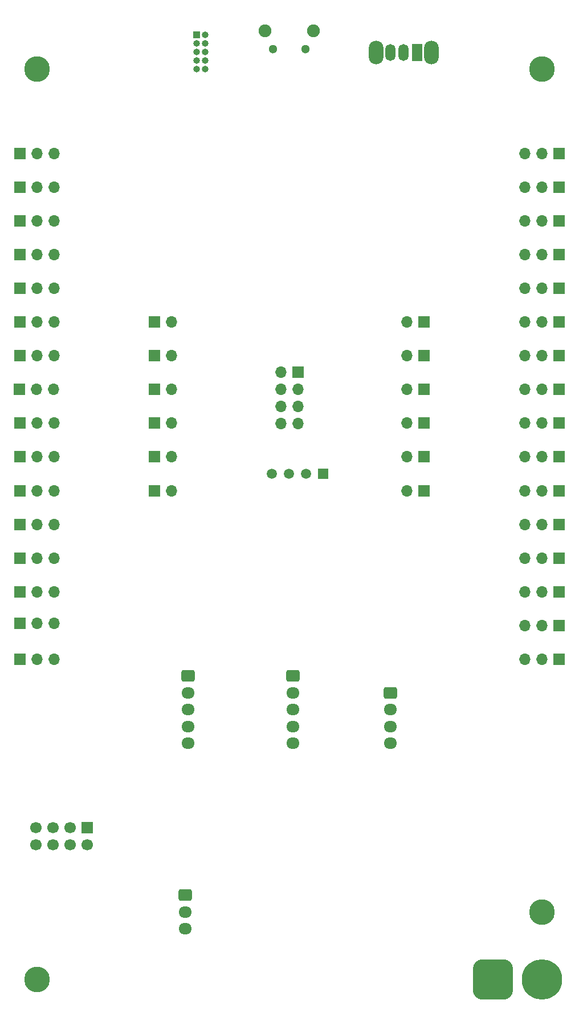
<source format=gbs>
%TF.GenerationSoftware,KiCad,Pcbnew,7.0.5*%
%TF.CreationDate,2024-01-08T18:30:08+10:00*%
%TF.ProjectId,HEXCORE PCB Design v1,48455843-4f52-4452-9050-434220446573,rev?*%
%TF.SameCoordinates,Original*%
%TF.FileFunction,Soldermask,Bot*%
%TF.FilePolarity,Negative*%
%FSLAX46Y46*%
G04 Gerber Fmt 4.6, Leading zero omitted, Abs format (unit mm)*
G04 Created by KiCad (PCBNEW 7.0.5) date 2024-01-08 18:30:08*
%MOMM*%
%LPD*%
G01*
G04 APERTURE LIST*
G04 Aperture macros list*
%AMRoundRect*
0 Rectangle with rounded corners*
0 $1 Rounding radius*
0 $2 $3 $4 $5 $6 $7 $8 $9 X,Y pos of 4 corners*
0 Add a 4 corners polygon primitive as box body*
4,1,4,$2,$3,$4,$5,$6,$7,$8,$9,$2,$3,0*
0 Add four circle primitives for the rounded corners*
1,1,$1+$1,$2,$3*
1,1,$1+$1,$4,$5*
1,1,$1+$1,$6,$7*
1,1,$1+$1,$8,$9*
0 Add four rect primitives between the rounded corners*
20,1,$1+$1,$2,$3,$4,$5,0*
20,1,$1+$1,$4,$5,$6,$7,0*
20,1,$1+$1,$6,$7,$8,$9,0*
20,1,$1+$1,$8,$9,$2,$3,0*%
G04 Aperture macros list end*
%ADD10C,1.500000*%
%ADD11R,1.500000X1.500000*%
%ADD12R,1.700000X1.700000*%
%ADD13O,1.700000X1.700000*%
%ADD14RoundRect,0.250000X-0.725000X0.600000X-0.725000X-0.600000X0.725000X-0.600000X0.725000X0.600000X0*%
%ADD15O,1.950000X1.700000*%
%ADD16R,1.000000X1.000000*%
%ADD17O,1.000000X1.000000*%
%ADD18O,2.200000X3.500000*%
%ADD19R,1.500000X2.500000*%
%ADD20O,1.500000X2.500000*%
%ADD21C,3.800000*%
%ADD22RoundRect,1.500000X-1.500000X-1.500000X1.500000X-1.500000X1.500000X1.500000X-1.500000X1.500000X0*%
%ADD23C,6.000000*%
%ADD24C,1.300000*%
%ADD25C,1.900000*%
%ADD26C,1.700000*%
G04 APERTURE END LIST*
D10*
%TO.C,U6*%
X77420000Y-100000000D03*
X79960000Y-100000000D03*
X82500000Y-100000000D03*
D11*
X85040000Y-100000000D03*
%TD*%
D12*
%TO.C,J35*%
X120040000Y-97500000D03*
D13*
X117500000Y-97500000D03*
X114960000Y-97500000D03*
%TD*%
D12*
%TO.C,J40*%
X120040000Y-72500000D03*
D13*
X117500000Y-72500000D03*
X114960000Y-72500000D03*
%TD*%
D12*
%TO.C,J24*%
X100000000Y-92460000D03*
D13*
X97460000Y-92460000D03*
%TD*%
D14*
%TO.C,J57*%
X64500000Y-162500000D03*
D15*
X64500000Y-165000000D03*
X64500000Y-167500000D03*
%TD*%
D16*
%TO.C,J55*%
X66270000Y-34920000D03*
D17*
X67540000Y-34920000D03*
X66270000Y-36190000D03*
X67540000Y-36190000D03*
X66270000Y-37460000D03*
X67540000Y-37460000D03*
X66270000Y-38730000D03*
X67540000Y-38730000D03*
X66270000Y-40000000D03*
X67540000Y-40000000D03*
%TD*%
D14*
%TO.C,J47*%
X95000000Y-132500000D03*
D15*
X95000000Y-135000000D03*
X95000000Y-137500000D03*
X95000000Y-140000000D03*
%TD*%
D12*
%TO.C,J17*%
X39960000Y-102500000D03*
D13*
X42500000Y-102500000D03*
X45040000Y-102500000D03*
%TD*%
D12*
%TO.C,J19*%
X39960000Y-112500000D03*
D13*
X42500000Y-112500000D03*
X45040000Y-112500000D03*
%TD*%
D12*
%TO.C,J38*%
X120080000Y-82500000D03*
D13*
X117540000Y-82500000D03*
X115000000Y-82500000D03*
%TD*%
D14*
%TO.C,J49*%
X80525000Y-130000000D03*
D15*
X80525000Y-132500000D03*
X80525000Y-135000000D03*
X80525000Y-137500000D03*
X80525000Y-140000000D03*
%TD*%
D18*
%TO.C,SW2*%
X101100000Y-37500000D03*
X92900000Y-37500000D03*
D19*
X99000000Y-37500000D03*
D20*
X97000000Y-37500000D03*
X95000000Y-37500000D03*
%TD*%
D12*
%TO.C,J22*%
X40000000Y-127500000D03*
D13*
X42540000Y-127500000D03*
X45080000Y-127500000D03*
%TD*%
D12*
%TO.C,J33*%
X120040000Y-107500000D03*
D13*
X117500000Y-107500000D03*
X114960000Y-107500000D03*
%TD*%
D21*
%TO.C,H2*%
X117500000Y-40000000D03*
%TD*%
%TO.C,H4*%
X117500000Y-165000000D03*
%TD*%
D12*
%TO.C,J10*%
X39960000Y-67500000D03*
D13*
X42500000Y-67500000D03*
X45040000Y-67500000D03*
%TD*%
D12*
%TO.C,J28*%
X100000000Y-102500000D03*
D13*
X97460000Y-102500000D03*
%TD*%
D22*
%TO.C,J56*%
X110300000Y-175000000D03*
D23*
X117500000Y-175000000D03*
%TD*%
D12*
%TO.C,J12*%
X39960000Y-77500000D03*
D13*
X42500000Y-77500000D03*
X45040000Y-77500000D03*
%TD*%
D12*
%TO.C,J30*%
X120040000Y-122500000D03*
D13*
X117500000Y-122500000D03*
X114960000Y-122500000D03*
%TD*%
D12*
%TO.C,J16*%
X40000000Y-97500000D03*
D13*
X42540000Y-97500000D03*
X45080000Y-97500000D03*
%TD*%
D12*
%TO.C,J25*%
X100000000Y-87500000D03*
D13*
X97460000Y-87500000D03*
%TD*%
D12*
%TO.C,J3*%
X60000000Y-92500000D03*
D13*
X62540000Y-92500000D03*
%TD*%
D12*
%TO.C,J15*%
X40000000Y-92500000D03*
D13*
X42540000Y-92500000D03*
X45080000Y-92500000D03*
%TD*%
D12*
%TO.C,J18*%
X39960000Y-107500000D03*
D13*
X42500000Y-107500000D03*
X45040000Y-107500000D03*
%TD*%
D12*
%TO.C,J1*%
X60000000Y-82500000D03*
D13*
X62540000Y-82500000D03*
%TD*%
D12*
%TO.C,J13*%
X39960000Y-82500000D03*
D13*
X42500000Y-82500000D03*
X45040000Y-82500000D03*
%TD*%
D12*
%TO.C,J43*%
X120040000Y-57500000D03*
D13*
X117500000Y-57500000D03*
X114960000Y-57500000D03*
%TD*%
D12*
%TO.C,J4*%
X60000000Y-97500000D03*
D13*
X62540000Y-97500000D03*
%TD*%
D12*
%TO.C,J41*%
X120040000Y-67500000D03*
D13*
X117500000Y-67500000D03*
X114960000Y-67500000D03*
%TD*%
D12*
%TO.C,J36*%
X120040000Y-92500000D03*
D13*
X117500000Y-92500000D03*
X114960000Y-92500000D03*
%TD*%
D12*
%TO.C,J42*%
X120080000Y-62500000D03*
D13*
X117540000Y-62500000D03*
X115000000Y-62500000D03*
%TD*%
D12*
%TO.C,J14*%
X39920001Y-87500000D03*
D13*
X42460001Y-87500000D03*
X45000001Y-87500000D03*
%TD*%
D12*
%TO.C,J11*%
X40000000Y-72500000D03*
D13*
X42540000Y-72500000D03*
X45080000Y-72500000D03*
%TD*%
D12*
%TO.C,J5*%
X60000000Y-102500000D03*
D13*
X62540000Y-102500000D03*
%TD*%
D12*
%TO.C,J7*%
X39960000Y-52500000D03*
D13*
X42500000Y-52500000D03*
X45040000Y-52500000D03*
%TD*%
D12*
%TO.C,J21*%
X40000000Y-122200000D03*
D13*
X42540000Y-122200000D03*
X45080000Y-122200000D03*
%TD*%
D12*
%TO.C,J23*%
X100000000Y-97500000D03*
D13*
X97460000Y-97500000D03*
%TD*%
D12*
%TO.C,J2*%
X60000000Y-87500000D03*
D13*
X62540000Y-87500000D03*
%TD*%
D12*
%TO.C,J37*%
X120080000Y-87500000D03*
D13*
X117540000Y-87500000D03*
X115000000Y-87500000D03*
%TD*%
D12*
%TO.C,J27*%
X100000000Y-77500000D03*
D13*
X97460000Y-77500000D03*
%TD*%
D21*
%TO.C,H3*%
X42500000Y-175000000D03*
%TD*%
D12*
%TO.C,J32*%
X120040000Y-112500000D03*
D13*
X117500000Y-112500000D03*
X114960000Y-112500000D03*
%TD*%
D12*
%TO.C,J46*%
X81290000Y-84960000D03*
D13*
X78750000Y-84960000D03*
X81290000Y-87500000D03*
X78750000Y-87500000D03*
X81290000Y-90040000D03*
X78750000Y-90040000D03*
X81290000Y-92580000D03*
X78750000Y-92580000D03*
%TD*%
D12*
%TO.C,J31*%
X120119999Y-117500000D03*
D13*
X117579999Y-117500000D03*
X115039999Y-117500000D03*
%TD*%
D12*
%TO.C,J34*%
X120040000Y-102500000D03*
D13*
X117500000Y-102500000D03*
X114960000Y-102500000D03*
%TD*%
D21*
%TO.C,H1*%
X42500000Y-40000000D03*
%TD*%
D12*
%TO.C,J29*%
X120040000Y-127500000D03*
D13*
X117500000Y-127500000D03*
X114960000Y-127500000D03*
%TD*%
D12*
%TO.C,J44*%
X120040000Y-52500000D03*
D13*
X117500000Y-52500000D03*
X114960000Y-52500000D03*
%TD*%
D12*
%TO.C,J39*%
X120040000Y-77500000D03*
D13*
X117500000Y-77500000D03*
X114960000Y-77500000D03*
%TD*%
D12*
%TO.C,J8*%
X40000000Y-57500000D03*
D13*
X42540000Y-57500000D03*
X45080000Y-57500000D03*
%TD*%
D12*
%TO.C,J26*%
X100000000Y-82500000D03*
D13*
X97460000Y-82500000D03*
%TD*%
D12*
%TO.C,J20*%
X39960000Y-117500000D03*
D13*
X42500000Y-117500000D03*
X45040000Y-117500000D03*
%TD*%
D24*
%TO.C,J45*%
X82425000Y-36980000D03*
X77575000Y-36980000D03*
D25*
X83625000Y-34300000D03*
X76375000Y-34300000D03*
%TD*%
D12*
%TO.C,U4*%
X50000000Y-152460000D03*
D26*
X50000000Y-155000000D03*
X47460000Y-152460000D03*
X47460000Y-155000000D03*
X44920000Y-152460000D03*
X44920000Y-155000000D03*
X42380000Y-152460000D03*
X42380000Y-155000000D03*
%TD*%
D12*
%TO.C,J6*%
X60000000Y-77500000D03*
D13*
X62540000Y-77500000D03*
%TD*%
D14*
%TO.C,J48*%
X65000000Y-130000000D03*
D15*
X65000000Y-132500000D03*
X65000000Y-135000000D03*
X65000000Y-137500000D03*
X65000000Y-140000000D03*
%TD*%
D12*
%TO.C,J9*%
X39960000Y-62500000D03*
D13*
X42500000Y-62500000D03*
X45040000Y-62500000D03*
%TD*%
M02*

</source>
